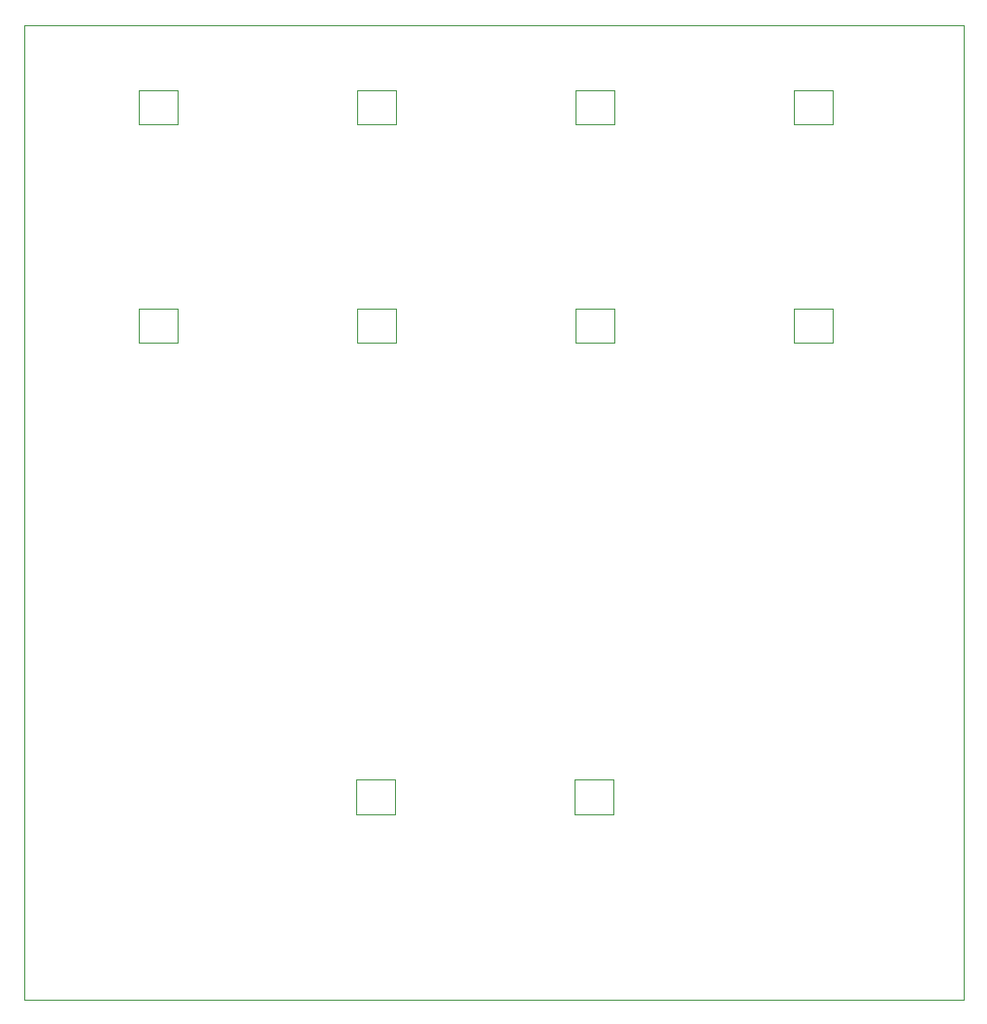
<source format=gbr>
%TF.GenerationSoftware,KiCad,Pcbnew,8.0.7*%
%TF.CreationDate,2025-02-13T02:08:45-05:00*%
%TF.ProjectId,makropad,6d616b72-6f70-4616-942e-6b696361645f,rev?*%
%TF.SameCoordinates,Original*%
%TF.FileFunction,Profile,NP*%
%FSLAX46Y46*%
G04 Gerber Fmt 4.6, Leading zero omitted, Abs format (unit mm)*
G04 Created by KiCad (PCBNEW 8.0.7) date 2025-02-13 02:08:45*
%MOMM*%
%LPD*%
G01*
G04 APERTURE LIST*
%TA.AperFunction,Profile*%
%ADD10C,0.050000*%
%TD*%
%TA.AperFunction,Profile*%
%ADD11C,0.120000*%
%TD*%
G04 APERTURE END LIST*
D10*
X111500000Y-43000000D02*
X193500000Y-43000000D01*
X193500000Y-128000000D01*
X111500000Y-128000000D01*
X111500000Y-43000000D01*
D11*
%TO.C,D19*%
X159650000Y-67750000D02*
X163050000Y-67750000D01*
X159650000Y-70750000D02*
X159650000Y-67750000D01*
X163050000Y-67750000D02*
X163050000Y-70750000D01*
X163050000Y-70750000D02*
X159650000Y-70750000D01*
%TO.C,D21*%
X140520000Y-108830000D02*
X143920000Y-108830000D01*
X140520000Y-111830000D02*
X140520000Y-108830000D01*
X143920000Y-108830000D02*
X143920000Y-111830000D01*
X143920000Y-111830000D02*
X140520000Y-111830000D01*
%TO.C,D16*%
X178700000Y-48700000D02*
X182100000Y-48700000D01*
X178700000Y-51700000D02*
X178700000Y-48700000D01*
X182100000Y-48700000D02*
X182100000Y-51700000D01*
X182100000Y-51700000D02*
X178700000Y-51700000D01*
%TO.C,D20*%
X178700000Y-67750000D02*
X182100000Y-67750000D01*
X178700000Y-70750000D02*
X178700000Y-67750000D01*
X182100000Y-67750000D02*
X182100000Y-70750000D01*
X182100000Y-70750000D02*
X178700000Y-70750000D01*
%TO.C,D18*%
X140600000Y-67750000D02*
X144000000Y-67750000D01*
X140600000Y-70750000D02*
X140600000Y-67750000D01*
X144000000Y-67750000D02*
X144000000Y-70750000D01*
X144000000Y-70750000D02*
X140600000Y-70750000D01*
%TO.C,D14*%
X140600000Y-48700000D02*
X144000000Y-48700000D01*
X140600000Y-51700000D02*
X140600000Y-48700000D01*
X144000000Y-48700000D02*
X144000000Y-51700000D01*
X144000000Y-51700000D02*
X140600000Y-51700000D01*
%TO.C,D13*%
X121550000Y-48700000D02*
X124950000Y-48700000D01*
X121550000Y-51700000D02*
X121550000Y-48700000D01*
X124950000Y-48700000D02*
X124950000Y-51700000D01*
X124950000Y-51700000D02*
X121550000Y-51700000D01*
%TO.C,D17*%
X121550000Y-67750000D02*
X124950000Y-67750000D01*
X121550000Y-70750000D02*
X121550000Y-67750000D01*
X124950000Y-67750000D02*
X124950000Y-70750000D01*
X124950000Y-70750000D02*
X121550000Y-70750000D01*
%TO.C,D15*%
X159650000Y-48700000D02*
X163050000Y-48700000D01*
X159650000Y-51700000D02*
X159650000Y-48700000D01*
X163050000Y-48700000D02*
X163050000Y-51700000D01*
X163050000Y-51700000D02*
X159650000Y-51700000D01*
%TO.C,D22*%
X159570000Y-108830000D02*
X162970000Y-108830000D01*
X159570000Y-111830000D02*
X159570000Y-108830000D01*
X162970000Y-108830000D02*
X162970000Y-111830000D01*
X162970000Y-111830000D02*
X159570000Y-111830000D01*
%TD*%
M02*

</source>
